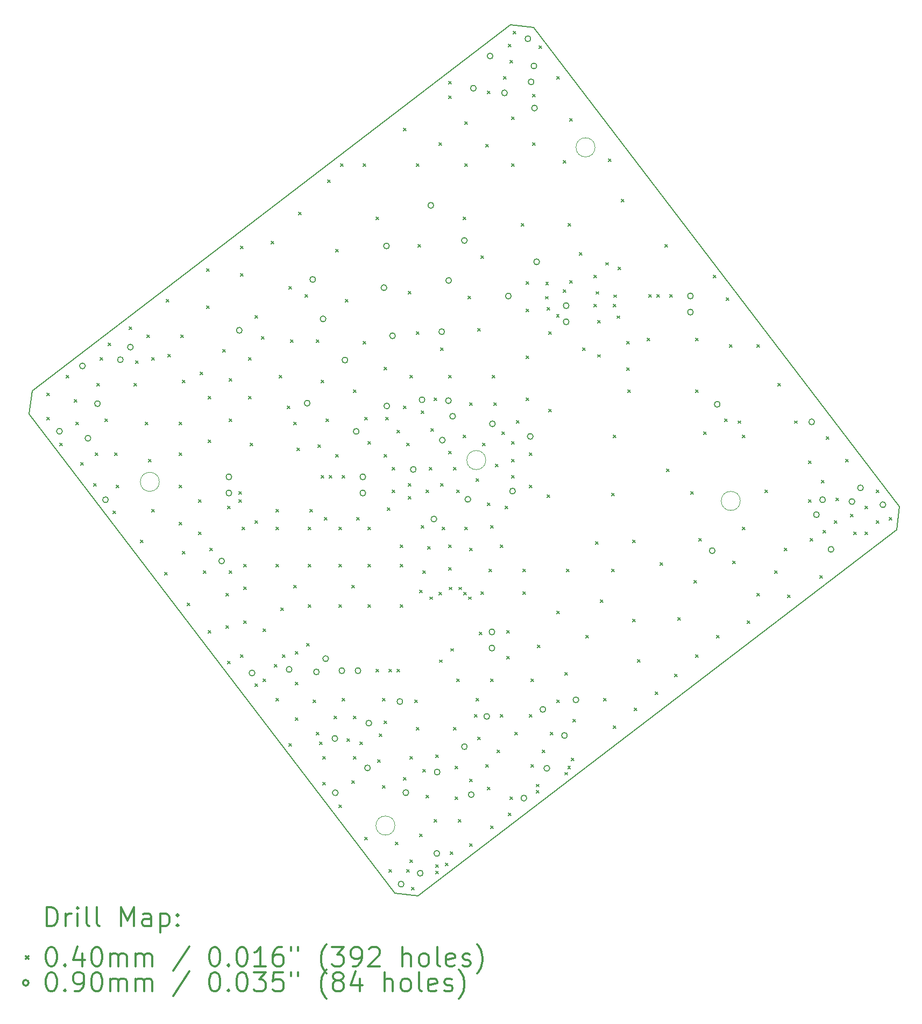
<source format=gbr>
%FSLAX45Y45*%
G04 Gerber Fmt 4.5, Leading zero omitted, Abs format (unit mm)*
G04 Created by KiCad (PCBNEW 5.1.9+dfsg1-1+deb11u1) date 2024-07-30 12:47:27*
%MOMM*%
%LPD*%
G01*
G04 APERTURE LIST*
%TA.AperFunction,Profile*%
%ADD10C,0.050000*%
%TD*%
%TA.AperFunction,Profile*%
%ADD11C,0.150000*%
%TD*%
%ADD12C,0.200000*%
%ADD13C,0.300000*%
G04 APERTURE END LIST*
D10*
X8906848Y-15742606D02*
G75*
G03*
X8906848Y-15742606I-150000J0D01*
G01*
X12056448Y-5077006D02*
G75*
G03*
X12056448Y-5077006I-150000J0D01*
G01*
X14342448Y-10637206D02*
G75*
G03*
X14342448Y-10637206I-150000J0D01*
G01*
X5198448Y-10337206D02*
G75*
G03*
X5198448Y-10337206I-150000J0D01*
G01*
D11*
X16851066Y-10728760D02*
X16802552Y-11092996D01*
X3197550Y-8907326D02*
X3148782Y-9271054D01*
X9270690Y-16851430D02*
X8907470Y-16802916D01*
X10729666Y-3148384D02*
X11090854Y-3195120D01*
X9270690Y-16851430D02*
X16802552Y-11092996D01*
X16851066Y-10728760D02*
X11090854Y-3195120D01*
X3197550Y-8907326D02*
X10729666Y-3148384D01*
X8907470Y-16802916D02*
X3148782Y-9271054D01*
D10*
X10337000Y-9995132D02*
G75*
G03*
X10337000Y-9995132I-150000J0D01*
G01*
D12*
X3428248Y-8943206D02*
X3468248Y-8983206D01*
X3468248Y-8943206D02*
X3428248Y-8983206D01*
X3428248Y-9324206D02*
X3468248Y-9364206D01*
X3468248Y-9324206D02*
X3428248Y-9364206D01*
X3631448Y-9730606D02*
X3671448Y-9770606D01*
X3671448Y-9730606D02*
X3631448Y-9770606D01*
X3733048Y-8663806D02*
X3773048Y-8703806D01*
X3773048Y-8663806D02*
X3733048Y-8703806D01*
X3860048Y-9044806D02*
X3900048Y-9084806D01*
X3900048Y-9044806D02*
X3860048Y-9084806D01*
X3885448Y-9400406D02*
X3925448Y-9440406D01*
X3925448Y-9400406D02*
X3885448Y-9440406D01*
X3961648Y-10035406D02*
X4001648Y-10075406D01*
X4001648Y-10035406D02*
X3961648Y-10075406D01*
X4164848Y-10365606D02*
X4204848Y-10405606D01*
X4204848Y-10365606D02*
X4164848Y-10405606D01*
X4190248Y-9883006D02*
X4230248Y-9923006D01*
X4230248Y-9883006D02*
X4190248Y-9923006D01*
X4215648Y-8790806D02*
X4255648Y-8830806D01*
X4255648Y-8790806D02*
X4215648Y-8830806D01*
X4266448Y-8384406D02*
X4306448Y-8424406D01*
X4306448Y-8384406D02*
X4266448Y-8424406D01*
X4342648Y-9349606D02*
X4382648Y-9389606D01*
X4382648Y-9349606D02*
X4342648Y-9389606D01*
X4393448Y-8155806D02*
X4433448Y-8195806D01*
X4433448Y-8155806D02*
X4393448Y-8195806D01*
X4469648Y-10797406D02*
X4509648Y-10837406D01*
X4509648Y-10797406D02*
X4469648Y-10837406D01*
X4495048Y-9883006D02*
X4535048Y-9923006D01*
X4535048Y-9883006D02*
X4495048Y-9923006D01*
X4520448Y-10391006D02*
X4560448Y-10431006D01*
X4560448Y-10391006D02*
X4520448Y-10431006D01*
X4723648Y-7901806D02*
X4763648Y-7941806D01*
X4763648Y-7901806D02*
X4723648Y-7941806D01*
X4799848Y-8790806D02*
X4839848Y-8830806D01*
X4839848Y-8790806D02*
X4799848Y-8830806D01*
X4825248Y-8435206D02*
X4865248Y-8475206D01*
X4865248Y-8435206D02*
X4825248Y-8475206D01*
X4901448Y-11254606D02*
X4941448Y-11294606D01*
X4941448Y-11254606D02*
X4901448Y-11294606D01*
X4977648Y-9400406D02*
X5017648Y-9440406D01*
X5017648Y-9400406D02*
X4977648Y-9440406D01*
X5003048Y-8028806D02*
X5043048Y-8068806D01*
X5043048Y-8028806D02*
X5003048Y-8068806D01*
X5028448Y-9984606D02*
X5068448Y-10024606D01*
X5068448Y-9984606D02*
X5028448Y-10024606D01*
X5079248Y-8384406D02*
X5119248Y-8424406D01*
X5119248Y-8384406D02*
X5079248Y-8424406D01*
X5079248Y-10772006D02*
X5119248Y-10812006D01*
X5119248Y-10772006D02*
X5079248Y-10812006D01*
X5282448Y-11762606D02*
X5322448Y-11802606D01*
X5322448Y-11762606D02*
X5282448Y-11802606D01*
X5307848Y-7470006D02*
X5347848Y-7510006D01*
X5347848Y-7470006D02*
X5307848Y-7510006D01*
X5333248Y-8333606D02*
X5373248Y-8373606D01*
X5373248Y-8333606D02*
X5333248Y-8373606D01*
X5511048Y-9400406D02*
X5551048Y-9440406D01*
X5551048Y-9400406D02*
X5511048Y-9440406D01*
X5511048Y-9883006D02*
X5551048Y-9923006D01*
X5551048Y-9883006D02*
X5511048Y-9923006D01*
X5511048Y-10391006D02*
X5551048Y-10431006D01*
X5551048Y-10391006D02*
X5511048Y-10431006D01*
X5511048Y-10975206D02*
X5551048Y-11015206D01*
X5551048Y-10975206D02*
X5511048Y-11015206D01*
X5536448Y-8028806D02*
X5576448Y-8068806D01*
X5576448Y-8028806D02*
X5536448Y-8068806D01*
X5561848Y-8740006D02*
X5601848Y-8780006D01*
X5601848Y-8740006D02*
X5561848Y-8780006D01*
X5561848Y-11432406D02*
X5601848Y-11472406D01*
X5601848Y-11432406D02*
X5561848Y-11472406D01*
X5638048Y-12245206D02*
X5678048Y-12285206D01*
X5678048Y-12245206D02*
X5638048Y-12285206D01*
X5815848Y-10619606D02*
X5855848Y-10659606D01*
X5855848Y-10619606D02*
X5815848Y-10659606D01*
X5815848Y-11127606D02*
X5855848Y-11167606D01*
X5855848Y-11127606D02*
X5815848Y-11167606D01*
X5841248Y-8613006D02*
X5881248Y-8653006D01*
X5881248Y-8613006D02*
X5841248Y-8653006D01*
X5892048Y-11737206D02*
X5932048Y-11777206D01*
X5932048Y-11737206D02*
X5892048Y-11777206D01*
X5942848Y-6987406D02*
X5982848Y-7027406D01*
X5982848Y-6987406D02*
X5942848Y-7027406D01*
X5942848Y-7571606D02*
X5982848Y-7611606D01*
X5982848Y-7571606D02*
X5942848Y-7611606D01*
X5968248Y-8994006D02*
X6008248Y-9034006D01*
X6008248Y-8994006D02*
X5968248Y-9034006D01*
X5968248Y-9679806D02*
X6008248Y-9719806D01*
X6008248Y-9679806D02*
X5968248Y-9719806D01*
X5968248Y-12677006D02*
X6008248Y-12717006D01*
X6008248Y-12677006D02*
X5968248Y-12717006D01*
X5993648Y-11381606D02*
X6033648Y-11421606D01*
X6033648Y-11381606D02*
X5993648Y-11421606D01*
X6196848Y-8257406D02*
X6236848Y-8297406D01*
X6236848Y-8257406D02*
X6196848Y-8297406D01*
X6247648Y-12092806D02*
X6287648Y-12132806D01*
X6287648Y-12092806D02*
X6247648Y-12132806D01*
X6247648Y-12600806D02*
X6287648Y-12640806D01*
X6287648Y-12600806D02*
X6247648Y-12640806D01*
X6273048Y-10721206D02*
X6313048Y-10761206D01*
X6313048Y-10721206D02*
X6273048Y-10761206D01*
X6273048Y-13159606D02*
X6313048Y-13199606D01*
X6313048Y-13159606D02*
X6273048Y-13199606D01*
X6298448Y-8714606D02*
X6338448Y-8754606D01*
X6338448Y-8714606D02*
X6298448Y-8754606D01*
X6298448Y-9349606D02*
X6338448Y-9389606D01*
X6338448Y-9349606D02*
X6298448Y-9389606D01*
X6298448Y-11737206D02*
X6338448Y-11777206D01*
X6338448Y-11737206D02*
X6298448Y-11777206D01*
X6450848Y-10492606D02*
X6490848Y-10532606D01*
X6490848Y-10492606D02*
X6450848Y-10532606D01*
X6450848Y-10619606D02*
X6490848Y-10659606D01*
X6490848Y-10619606D02*
X6450848Y-10659606D01*
X6476248Y-6631806D02*
X6516248Y-6671806D01*
X6516248Y-6631806D02*
X6476248Y-6671806D01*
X6476248Y-7063606D02*
X6516248Y-7103606D01*
X6516248Y-7063606D02*
X6476248Y-7103606D01*
X6476248Y-13058006D02*
X6516248Y-13098006D01*
X6516248Y-13058006D02*
X6476248Y-13098006D01*
X6501648Y-11051406D02*
X6541648Y-11091406D01*
X6541648Y-11051406D02*
X6501648Y-11091406D01*
X6527048Y-11635606D02*
X6567048Y-11675606D01*
X6567048Y-11635606D02*
X6527048Y-11675606D01*
X6527048Y-11991206D02*
X6567048Y-12031206D01*
X6567048Y-11991206D02*
X6527048Y-12031206D01*
X6527048Y-12524606D02*
X6567048Y-12564606D01*
X6567048Y-12524606D02*
X6527048Y-12564606D01*
X6603248Y-8384406D02*
X6643248Y-8424406D01*
X6643248Y-8384406D02*
X6603248Y-8424406D01*
X6603248Y-8994006D02*
X6643248Y-9034006D01*
X6643248Y-8994006D02*
X6603248Y-9034006D01*
X6628648Y-9730606D02*
X6668648Y-9770606D01*
X6668648Y-9730606D02*
X6628648Y-9770606D01*
X6704848Y-7724006D02*
X6744848Y-7764006D01*
X6744848Y-7724006D02*
X6704848Y-7764006D01*
X6704848Y-10949806D02*
X6744848Y-10989806D01*
X6744848Y-10949806D02*
X6704848Y-10989806D01*
X6704848Y-13515206D02*
X6744848Y-13555206D01*
X6744848Y-13515206D02*
X6704848Y-13555206D01*
X6806448Y-8054206D02*
X6846448Y-8094206D01*
X6846448Y-8054206D02*
X6806448Y-8094206D01*
X6831848Y-12651606D02*
X6871848Y-12691606D01*
X6871848Y-12651606D02*
X6831848Y-12691606D01*
X6831848Y-13439006D02*
X6871848Y-13479006D01*
X6871848Y-13439006D02*
X6831848Y-13479006D01*
X6958848Y-6555606D02*
X6998848Y-6595606D01*
X6998848Y-6555606D02*
X6958848Y-6595606D01*
X7009648Y-13210406D02*
X7049648Y-13250406D01*
X7049648Y-13210406D02*
X7009648Y-13250406D01*
X7035048Y-10772006D02*
X7075048Y-10812006D01*
X7075048Y-10772006D02*
X7035048Y-10812006D01*
X7035048Y-11051406D02*
X7075048Y-11091406D01*
X7075048Y-11051406D02*
X7035048Y-11091406D01*
X7035048Y-11635606D02*
X7075048Y-11675606D01*
X7075048Y-11635606D02*
X7035048Y-11675606D01*
X7035048Y-13743806D02*
X7075048Y-13783806D01*
X7075048Y-13743806D02*
X7035048Y-13783806D01*
X7085848Y-8663806D02*
X7125848Y-8703806D01*
X7125848Y-8663806D02*
X7085848Y-8703806D01*
X7111248Y-12321406D02*
X7151248Y-12361406D01*
X7151248Y-12321406D02*
X7111248Y-12361406D01*
X7136648Y-13058006D02*
X7176648Y-13098006D01*
X7176648Y-13058006D02*
X7136648Y-13098006D01*
X7212848Y-9146406D02*
X7252848Y-9186406D01*
X7252848Y-9146406D02*
X7212848Y-9186406D01*
X7238248Y-7266806D02*
X7278248Y-7306806D01*
X7278248Y-7266806D02*
X7238248Y-7306806D01*
X7238248Y-14455006D02*
X7278248Y-14495006D01*
X7278248Y-14455006D02*
X7238248Y-14495006D01*
X7263648Y-8105006D02*
X7303648Y-8145006D01*
X7303648Y-8105006D02*
X7263648Y-8145006D01*
X7314448Y-9400406D02*
X7354448Y-9440406D01*
X7354448Y-9400406D02*
X7314448Y-9440406D01*
X7314448Y-11965806D02*
X7354448Y-12005806D01*
X7354448Y-11965806D02*
X7314448Y-12005806D01*
X7339848Y-13007206D02*
X7379848Y-13047206D01*
X7379848Y-13007206D02*
X7339848Y-13047206D01*
X7339848Y-13489806D02*
X7379848Y-13529806D01*
X7379848Y-13489806D02*
X7339848Y-13529806D01*
X7339848Y-14048606D02*
X7379848Y-14088606D01*
X7379848Y-14048606D02*
X7339848Y-14088606D01*
X7365248Y-9806806D02*
X7405248Y-9846806D01*
X7405248Y-9806806D02*
X7365248Y-9846806D01*
X7390648Y-6098406D02*
X7430648Y-6138406D01*
X7430648Y-6098406D02*
X7390648Y-6138406D01*
X7492248Y-7393806D02*
X7532248Y-7433806D01*
X7532248Y-7393806D02*
X7492248Y-7433806D01*
X7517648Y-12880206D02*
X7557648Y-12920206D01*
X7557648Y-12880206D02*
X7517648Y-12920206D01*
X7543048Y-11051406D02*
X7583048Y-11091406D01*
X7583048Y-11051406D02*
X7543048Y-11091406D01*
X7543048Y-11635606D02*
X7583048Y-11675606D01*
X7583048Y-11635606D02*
X7543048Y-11675606D01*
X7543048Y-12270606D02*
X7583048Y-12310606D01*
X7583048Y-12270606D02*
X7543048Y-12310606D01*
X7568448Y-10772006D02*
X7608448Y-10812006D01*
X7608448Y-10772006D02*
X7568448Y-10812006D01*
X7619248Y-13769206D02*
X7659248Y-13809206D01*
X7659248Y-13769206D02*
X7619248Y-13809206D01*
X7670048Y-8105006D02*
X7710048Y-8145006D01*
X7710048Y-8105006D02*
X7670048Y-8145006D01*
X7670048Y-14277206D02*
X7710048Y-14317206D01*
X7710048Y-14277206D02*
X7670048Y-14317206D01*
X7695448Y-9756006D02*
X7735448Y-9796006D01*
X7735448Y-9756006D02*
X7695448Y-9796006D01*
X7720848Y-14429606D02*
X7760848Y-14469606D01*
X7760848Y-14429606D02*
X7720848Y-14469606D01*
X7746248Y-8740006D02*
X7786248Y-8780006D01*
X7786248Y-8740006D02*
X7746248Y-8780006D01*
X7746248Y-10238606D02*
X7786248Y-10278606D01*
X7786248Y-10238606D02*
X7746248Y-10278606D01*
X7771648Y-14658206D02*
X7811648Y-14698206D01*
X7811648Y-14658206D02*
X7771648Y-14698206D01*
X7771648Y-15064606D02*
X7811648Y-15104606D01*
X7811648Y-15064606D02*
X7771648Y-15104606D01*
X7797048Y-10899006D02*
X7837048Y-10939006D01*
X7837048Y-10899006D02*
X7797048Y-10939006D01*
X7822448Y-9349606D02*
X7862448Y-9389606D01*
X7862448Y-9349606D02*
X7822448Y-9389606D01*
X7847848Y-5590406D02*
X7887848Y-5630406D01*
X7887848Y-5590406D02*
X7847848Y-5630406D01*
X7873248Y-10238606D02*
X7913248Y-10278606D01*
X7913248Y-10238606D02*
X7873248Y-10278606D01*
X7949448Y-14023206D02*
X7989448Y-14063206D01*
X7989448Y-14023206D02*
X7949448Y-14063206D01*
X7974848Y-6682606D02*
X8014848Y-6722606D01*
X8014848Y-6682606D02*
X7974848Y-6722606D01*
X7974848Y-9908406D02*
X8014848Y-9948406D01*
X8014848Y-9908406D02*
X7974848Y-9948406D01*
X8025648Y-11051406D02*
X8065648Y-11091406D01*
X8065648Y-11051406D02*
X8025648Y-11091406D01*
X8025648Y-11635606D02*
X8065648Y-11675606D01*
X8065648Y-11635606D02*
X8025648Y-11675606D01*
X8025648Y-12270606D02*
X8065648Y-12310606D01*
X8065648Y-12270606D02*
X8025648Y-12310606D01*
X8025648Y-15420206D02*
X8065648Y-15460206D01*
X8065648Y-15420206D02*
X8025648Y-15460206D01*
X8051048Y-5336406D02*
X8091048Y-5376406D01*
X8091048Y-5336406D02*
X8051048Y-5376406D01*
X8076448Y-10238606D02*
X8116448Y-10278606D01*
X8116448Y-10238606D02*
X8076448Y-10278606D01*
X8076448Y-13743806D02*
X8116448Y-13783806D01*
X8116448Y-13743806D02*
X8076448Y-13783806D01*
X8127248Y-7470006D02*
X8167248Y-7510006D01*
X8167248Y-7470006D02*
X8127248Y-7510006D01*
X8152648Y-14378806D02*
X8192648Y-14418806D01*
X8192648Y-14378806D02*
X8152648Y-14418806D01*
X8228848Y-11965806D02*
X8268848Y-12005806D01*
X8268848Y-11965806D02*
X8228848Y-12005806D01*
X8228848Y-15039206D02*
X8268848Y-15079206D01*
X8268848Y-15039206D02*
X8228848Y-15079206D01*
X8254248Y-8892406D02*
X8294248Y-8932406D01*
X8294248Y-8892406D02*
X8254248Y-8932406D01*
X8254248Y-14023206D02*
X8294248Y-14063206D01*
X8294248Y-14023206D02*
X8254248Y-14063206D01*
X8254248Y-14658206D02*
X8294248Y-14698206D01*
X8294248Y-14658206D02*
X8254248Y-14698206D01*
X8305048Y-10899006D02*
X8345048Y-10939006D01*
X8345048Y-10899006D02*
X8305048Y-10939006D01*
X8355848Y-14429606D02*
X8395848Y-14469606D01*
X8395848Y-14429606D02*
X8355848Y-14469606D01*
X8406648Y-5336406D02*
X8446648Y-5376406D01*
X8446648Y-5336406D02*
X8406648Y-5376406D01*
X8406648Y-8130406D02*
X8446648Y-8170406D01*
X8446648Y-8130406D02*
X8406648Y-8170406D01*
X8432048Y-9324206D02*
X8472048Y-9364206D01*
X8472048Y-9324206D02*
X8432048Y-9364206D01*
X8432048Y-15928206D02*
X8472048Y-15968206D01*
X8472048Y-15928206D02*
X8432048Y-15968206D01*
X8482848Y-9705206D02*
X8522848Y-9745206D01*
X8522848Y-9705206D02*
X8482848Y-9745206D01*
X8482848Y-11051406D02*
X8522848Y-11091406D01*
X8522848Y-11051406D02*
X8482848Y-11091406D01*
X8482848Y-11635606D02*
X8522848Y-11675606D01*
X8522848Y-11635606D02*
X8482848Y-11675606D01*
X8482848Y-12270606D02*
X8522848Y-12310606D01*
X8522848Y-12270606D02*
X8482848Y-12310606D01*
X8609848Y-6174606D02*
X8649848Y-6214606D01*
X8649848Y-6174606D02*
X8609848Y-6214606D01*
X8609848Y-13286606D02*
X8649848Y-13326606D01*
X8649848Y-13286606D02*
X8609848Y-13326606D01*
X8635248Y-14709006D02*
X8675248Y-14749006D01*
X8675248Y-14709006D02*
X8635248Y-14749006D01*
X8660648Y-14302606D02*
X8700648Y-14342606D01*
X8700648Y-14302606D02*
X8660648Y-14342606D01*
X8711448Y-13743806D02*
X8751448Y-13783806D01*
X8751448Y-13743806D02*
X8711448Y-13783806D01*
X8711448Y-15115406D02*
X8751448Y-15155406D01*
X8751448Y-15115406D02*
X8711448Y-15155406D01*
X8736848Y-8536806D02*
X8776848Y-8576806D01*
X8776848Y-8536806D02*
X8736848Y-8576806D01*
X8736848Y-9908406D02*
X8776848Y-9948406D01*
X8776848Y-9908406D02*
X8736848Y-9948406D01*
X8736848Y-14099406D02*
X8776848Y-14139406D01*
X8776848Y-14099406D02*
X8736848Y-14139406D01*
X8762248Y-9324206D02*
X8802248Y-9364206D01*
X8802248Y-9324206D02*
X8762248Y-9364206D01*
X8787648Y-10746606D02*
X8827648Y-10786606D01*
X8827648Y-10746606D02*
X8787648Y-10786606D01*
X8813048Y-13286606D02*
X8853048Y-13326606D01*
X8853048Y-13286606D02*
X8813048Y-13326606D01*
X8813048Y-16436206D02*
X8853048Y-16476206D01*
X8853048Y-16436206D02*
X8813048Y-16476206D01*
X8863848Y-10111606D02*
X8903848Y-10151606D01*
X8903848Y-10111606D02*
X8863848Y-10151606D01*
X8863848Y-10467206D02*
X8903848Y-10507206D01*
X8903848Y-10467206D02*
X8863848Y-10507206D01*
X8914648Y-16004406D02*
X8954648Y-16044406D01*
X8954648Y-16004406D02*
X8914648Y-16044406D01*
X8940048Y-9527406D02*
X8980048Y-9567406D01*
X8980048Y-9527406D02*
X8940048Y-9567406D01*
X8940048Y-13286606D02*
X8980048Y-13326606D01*
X8980048Y-13286606D02*
X8940048Y-13326606D01*
X8990848Y-11330806D02*
X9030848Y-11370806D01*
X9030848Y-11330806D02*
X8990848Y-11370806D01*
X8990848Y-11635606D02*
X9030848Y-11675606D01*
X9030848Y-11635606D02*
X8990848Y-11675606D01*
X8990848Y-12270606D02*
X9030848Y-12310606D01*
X9030848Y-12270606D02*
X8990848Y-12310606D01*
X9041648Y-4777606D02*
X9081648Y-4817606D01*
X9081648Y-4777606D02*
X9041648Y-4817606D01*
X9041648Y-9146406D02*
X9081648Y-9186406D01*
X9081648Y-9146406D02*
X9041648Y-9186406D01*
X9041648Y-14988406D02*
X9081648Y-15028406D01*
X9081648Y-14988406D02*
X9041648Y-15028406D01*
X9092448Y-9730606D02*
X9132448Y-9770606D01*
X9132448Y-9730606D02*
X9092448Y-9770606D01*
X9092448Y-16436206D02*
X9132448Y-16476206D01*
X9132448Y-16436206D02*
X9092448Y-16476206D01*
X9117848Y-7343006D02*
X9157848Y-7383006D01*
X9157848Y-7343006D02*
X9117848Y-7383006D01*
X9117848Y-10365606D02*
X9157848Y-10405606D01*
X9157848Y-10365606D02*
X9117848Y-10405606D01*
X9117848Y-10568806D02*
X9157848Y-10608806D01*
X9157848Y-10568806D02*
X9117848Y-10608806D01*
X9143248Y-8663806D02*
X9183248Y-8703806D01*
X9183248Y-8663806D02*
X9143248Y-8703806D01*
X9143248Y-14658206D02*
X9183248Y-14698206D01*
X9183248Y-14658206D02*
X9143248Y-14698206D01*
X9143248Y-16283806D02*
X9183248Y-16323806D01*
X9183248Y-16283806D02*
X9143248Y-16323806D01*
X9168648Y-16715606D02*
X9208648Y-16755606D01*
X9208648Y-16715606D02*
X9168648Y-16755606D01*
X9219448Y-13769206D02*
X9259448Y-13809206D01*
X9259448Y-13769206D02*
X9219448Y-13809206D01*
X9244848Y-5336406D02*
X9284848Y-5376406D01*
X9284848Y-5336406D02*
X9244848Y-5376406D01*
X9244848Y-7978006D02*
X9284848Y-8018006D01*
X9284848Y-7978006D02*
X9244848Y-8018006D01*
X9244848Y-14201006D02*
X9284848Y-14241006D01*
X9284848Y-14201006D02*
X9244848Y-14241006D01*
X9270248Y-6606406D02*
X9310248Y-6646406D01*
X9310248Y-6606406D02*
X9270248Y-6646406D01*
X9295648Y-12042006D02*
X9335648Y-12082006D01*
X9335648Y-12042006D02*
X9295648Y-12082006D01*
X9295648Y-15877406D02*
X9335648Y-15917406D01*
X9335648Y-15877406D02*
X9295648Y-15917406D01*
X9321048Y-9222606D02*
X9361048Y-9262606D01*
X9361048Y-9222606D02*
X9321048Y-9262606D01*
X9321048Y-11026006D02*
X9361048Y-11066006D01*
X9361048Y-11026006D02*
X9321048Y-11066006D01*
X9346448Y-11737206D02*
X9386448Y-11777206D01*
X9386448Y-11737206D02*
X9346448Y-11777206D01*
X9346448Y-14861406D02*
X9386448Y-14901406D01*
X9386448Y-14861406D02*
X9346448Y-14901406D01*
X9397248Y-10467206D02*
X9437248Y-10507206D01*
X9437248Y-10467206D02*
X9397248Y-10507206D01*
X9397248Y-15267806D02*
X9437248Y-15307806D01*
X9437248Y-15267806D02*
X9397248Y-15307806D01*
X9422648Y-11356206D02*
X9462648Y-11396206D01*
X9462648Y-11356206D02*
X9422648Y-11396206D01*
X9448048Y-10111606D02*
X9488048Y-10151606D01*
X9488048Y-10111606D02*
X9448048Y-10151606D01*
X9454200Y-12146600D02*
X9494200Y-12186600D01*
X9494200Y-12146600D02*
X9454200Y-12186600D01*
X9473448Y-9502006D02*
X9513448Y-9542006D01*
X9513448Y-9502006D02*
X9473448Y-9542006D01*
X9524248Y-9019406D02*
X9564248Y-9059406D01*
X9564248Y-9019406D02*
X9524248Y-9059406D01*
X9524248Y-15648806D02*
X9564248Y-15688806D01*
X9564248Y-15648806D02*
X9524248Y-15688806D01*
X9549648Y-14632806D02*
X9589648Y-14672806D01*
X9589648Y-14632806D02*
X9549648Y-14672806D01*
X9549648Y-16360006D02*
X9589648Y-16400006D01*
X9589648Y-16360006D02*
X9549648Y-16400006D01*
X9549648Y-16461606D02*
X9589648Y-16501606D01*
X9589648Y-16461606D02*
X9549648Y-16501606D01*
X9600448Y-5006206D02*
X9640448Y-5046206D01*
X9640448Y-5006206D02*
X9600448Y-5046206D01*
X9602901Y-12072958D02*
X9642901Y-12112958D01*
X9642901Y-12072958D02*
X9602901Y-12112958D01*
X9606600Y-13137200D02*
X9646600Y-13177200D01*
X9646600Y-13137200D02*
X9606600Y-13177200D01*
X9625848Y-8232006D02*
X9665848Y-8272006D01*
X9665848Y-8232006D02*
X9625848Y-8272006D01*
X9625848Y-10365606D02*
X9665848Y-10405606D01*
X9665848Y-10365606D02*
X9625848Y-10405606D01*
X9651248Y-11051406D02*
X9691248Y-11091406D01*
X9691248Y-11051406D02*
X9651248Y-11091406D01*
X9702048Y-16334606D02*
X9742048Y-16374606D01*
X9742048Y-16334606D02*
X9702048Y-16374606D01*
X9752848Y-4041006D02*
X9792848Y-4081006D01*
X9792848Y-4041006D02*
X9752848Y-4081006D01*
X9752848Y-4269606D02*
X9792848Y-4309606D01*
X9792848Y-4269606D02*
X9752848Y-4309606D01*
X9752848Y-8663806D02*
X9792848Y-8703806D01*
X9792848Y-8663806D02*
X9752848Y-8703806D01*
X9752848Y-9857606D02*
X9792848Y-9897606D01*
X9792848Y-9857606D02*
X9752848Y-9897606D01*
X9752848Y-11330806D02*
X9792848Y-11370806D01*
X9792848Y-11330806D02*
X9752848Y-11370806D01*
X9752848Y-11686406D02*
X9792848Y-11726406D01*
X9792848Y-11686406D02*
X9752848Y-11726406D01*
X9759000Y-11994200D02*
X9799000Y-12034200D01*
X9799000Y-11994200D02*
X9759000Y-12034200D01*
X9778248Y-16156806D02*
X9818248Y-16196806D01*
X9818248Y-16156806D02*
X9778248Y-16196806D01*
X9784400Y-12959400D02*
X9824400Y-12999400D01*
X9824400Y-12959400D02*
X9784400Y-12999400D01*
X9829048Y-10111606D02*
X9869048Y-10151606D01*
X9869048Y-10111606D02*
X9829048Y-10151606D01*
X9829048Y-14201006D02*
X9869048Y-14241006D01*
X9869048Y-14201006D02*
X9829048Y-14241006D01*
X9854448Y-14810606D02*
X9894448Y-14850606D01*
X9894448Y-14810606D02*
X9854448Y-14850606D01*
X9854448Y-15293206D02*
X9894448Y-15333206D01*
X9894448Y-15293206D02*
X9854448Y-15333206D01*
X9879848Y-10467206D02*
X9919848Y-10507206D01*
X9919848Y-10467206D02*
X9879848Y-10507206D01*
X9879848Y-13439006D02*
X9919848Y-13479006D01*
X9919848Y-13439006D02*
X9879848Y-13479006D01*
X9905248Y-15648806D02*
X9945248Y-15688806D01*
X9945248Y-15648806D02*
X9905248Y-15688806D01*
X9911400Y-11994200D02*
X9951400Y-12034200D01*
X9951400Y-11994200D02*
X9911400Y-12034200D01*
X9981448Y-6174606D02*
X10021448Y-6214606D01*
X10021448Y-6174606D02*
X9981448Y-6214606D01*
X9981448Y-9603606D02*
X10021448Y-9643606D01*
X10021448Y-9603606D02*
X9981448Y-9643606D01*
X9987600Y-12072958D02*
X10027600Y-12112958D01*
X10027600Y-12072958D02*
X9987600Y-12112958D01*
X10006848Y-4676006D02*
X10046848Y-4716006D01*
X10046848Y-4676006D02*
X10006848Y-4716006D01*
X10006848Y-5336406D02*
X10046848Y-5376406D01*
X10046848Y-5336406D02*
X10006848Y-5376406D01*
X10006848Y-11051406D02*
X10046848Y-11091406D01*
X10046848Y-11051406D02*
X10006848Y-11091406D01*
X10057648Y-7419206D02*
X10097648Y-7459206D01*
X10097648Y-7419206D02*
X10057648Y-7459206D01*
X10063800Y-12146600D02*
X10103800Y-12186600D01*
X10103800Y-12146600D02*
X10063800Y-12186600D01*
X10083048Y-9095606D02*
X10123048Y-9135606D01*
X10123048Y-9095606D02*
X10083048Y-9135606D01*
X10083048Y-11381606D02*
X10123048Y-11421606D01*
X10123048Y-11381606D02*
X10083048Y-11421606D01*
X10083048Y-15013806D02*
X10123048Y-15053806D01*
X10123048Y-15013806D02*
X10083048Y-15053806D01*
X10083048Y-16029806D02*
X10123048Y-16069806D01*
X10123048Y-16029806D02*
X10083048Y-16069806D01*
X10159248Y-13997806D02*
X10199248Y-14037806D01*
X10199248Y-13997806D02*
X10159248Y-14037806D01*
X10184648Y-10289406D02*
X10224648Y-10329406D01*
X10224648Y-10289406D02*
X10184648Y-10329406D01*
X10184648Y-13743806D02*
X10224648Y-13783806D01*
X10224648Y-13743806D02*
X10184648Y-13783806D01*
X10210048Y-7927206D02*
X10250048Y-7967206D01*
X10250048Y-7927206D02*
X10210048Y-7967206D01*
X10210048Y-14353406D02*
X10250048Y-14393406D01*
X10250048Y-14353406D02*
X10210048Y-14393406D01*
X10235464Y-12701999D02*
X10275464Y-12741999D01*
X10275464Y-12701999D02*
X10235464Y-12741999D01*
X10260848Y-6784206D02*
X10300848Y-6824206D01*
X10300848Y-6784206D02*
X10260848Y-6824206D01*
X10260848Y-12067406D02*
X10300848Y-12107406D01*
X10300848Y-12067406D02*
X10260848Y-12107406D01*
X10286248Y-9730606D02*
X10326248Y-9770606D01*
X10326248Y-9730606D02*
X10286248Y-9770606D01*
X10337048Y-5031606D02*
X10377048Y-5071606D01*
X10377048Y-5031606D02*
X10337048Y-5071606D01*
X10337048Y-14785206D02*
X10377048Y-14825206D01*
X10377048Y-14785206D02*
X10337048Y-14825206D01*
X10362448Y-4193406D02*
X10402448Y-4233406D01*
X10402448Y-4193406D02*
X10362448Y-4233406D01*
X10362448Y-10670406D02*
X10402448Y-10710406D01*
X10402448Y-10670406D02*
X10362448Y-10710406D01*
X10362448Y-15140806D02*
X10402448Y-15180806D01*
X10402448Y-15140806D02*
X10362448Y-15180806D01*
X10387848Y-11711806D02*
X10427848Y-11751806D01*
X10427848Y-11711806D02*
X10387848Y-11751806D01*
X10413248Y-11026006D02*
X10453248Y-11066006D01*
X10453248Y-11026006D02*
X10413248Y-11066006D01*
X10413248Y-13439006D02*
X10453248Y-13479006D01*
X10453248Y-13439006D02*
X10413248Y-13479006D01*
X10413248Y-15750406D02*
X10453248Y-15790406D01*
X10453248Y-15750406D02*
X10413248Y-15790406D01*
X10438648Y-8663806D02*
X10478648Y-8703806D01*
X10478648Y-8663806D02*
X10438648Y-8703806D01*
X10464048Y-9095606D02*
X10504048Y-9135606D01*
X10504048Y-9095606D02*
X10464048Y-9135606D01*
X10489448Y-10060806D02*
X10529448Y-10100806D01*
X10529448Y-10060806D02*
X10489448Y-10100806D01*
X10514848Y-14556606D02*
X10554848Y-14596606D01*
X10554848Y-14556606D02*
X10514848Y-14596606D01*
X10565648Y-11330806D02*
X10605648Y-11370806D01*
X10605648Y-11330806D02*
X10565648Y-11370806D01*
X10565648Y-13997806D02*
X10605648Y-14037806D01*
X10605648Y-13997806D02*
X10565648Y-14037806D01*
X10591048Y-9552806D02*
X10631048Y-9592806D01*
X10631048Y-9552806D02*
X10591048Y-9592806D01*
X10616448Y-3964806D02*
X10656448Y-4004806D01*
X10656448Y-3964806D02*
X10616448Y-4004806D01*
X10641848Y-10721206D02*
X10681848Y-10761206D01*
X10681848Y-10721206D02*
X10641848Y-10761206D01*
X10667248Y-12677006D02*
X10707248Y-12717006D01*
X10707248Y-12677006D02*
X10667248Y-12717006D01*
X10667248Y-13083406D02*
X10707248Y-13123406D01*
X10707248Y-13083406D02*
X10667248Y-13123406D01*
X10692648Y-3456806D02*
X10732648Y-3496806D01*
X10732648Y-3456806D02*
X10692648Y-3496806D01*
X10692648Y-15547206D02*
X10732648Y-15587206D01*
X10732648Y-15547206D02*
X10692648Y-15587206D01*
X10718048Y-3710806D02*
X10758048Y-3750806D01*
X10758048Y-3710806D02*
X10718048Y-3750806D01*
X10718048Y-15293206D02*
X10758048Y-15333206D01*
X10758048Y-15293206D02*
X10718048Y-15333206D01*
X10743448Y-4599806D02*
X10783448Y-4639806D01*
X10783448Y-4599806D02*
X10743448Y-4639806D01*
X10743448Y-5336406D02*
X10783448Y-5376406D01*
X10783448Y-5336406D02*
X10743448Y-5376406D01*
X10743448Y-9705206D02*
X10783448Y-9745206D01*
X10783448Y-9705206D02*
X10743448Y-9745206D01*
X10743448Y-9984606D02*
X10783448Y-10024606D01*
X10783448Y-9984606D02*
X10743448Y-10024606D01*
X10743448Y-10238606D02*
X10783448Y-10278606D01*
X10783448Y-10238606D02*
X10743448Y-10278606D01*
X10768848Y-3253606D02*
X10808848Y-3293606D01*
X10808848Y-3253606D02*
X10768848Y-3293606D01*
X10794248Y-14277206D02*
X10834248Y-14317206D01*
X10834248Y-14277206D02*
X10794248Y-14317206D01*
X10819648Y-9375006D02*
X10859648Y-9415006D01*
X10859648Y-9375006D02*
X10819648Y-9415006D01*
X10895848Y-6276206D02*
X10935848Y-6316206D01*
X10935848Y-6276206D02*
X10895848Y-6316206D01*
X10921248Y-11711806D02*
X10961248Y-11751806D01*
X10961248Y-11711806D02*
X10921248Y-11751806D01*
X10921248Y-12067406D02*
X10961248Y-12107406D01*
X10961248Y-12067406D02*
X10921248Y-12107406D01*
X10972048Y-7190606D02*
X11012048Y-7230606D01*
X11012048Y-7190606D02*
X10972048Y-7230606D01*
X10972048Y-7622406D02*
X11012048Y-7662406D01*
X11012048Y-7622406D02*
X10972048Y-7662406D01*
X10972048Y-8359006D02*
X11012048Y-8399006D01*
X11012048Y-8359006D02*
X10972048Y-8399006D01*
X10972048Y-9019406D02*
X11012048Y-9059406D01*
X11012048Y-9019406D02*
X10972048Y-9059406D01*
X11022848Y-9883006D02*
X11062848Y-9923006D01*
X11062848Y-9883006D02*
X11022848Y-9923006D01*
X11022848Y-10391006D02*
X11062848Y-10431006D01*
X11062848Y-10391006D02*
X11022848Y-10431006D01*
X11022848Y-13997806D02*
X11062848Y-14037806D01*
X11062848Y-13997806D02*
X11022848Y-14037806D01*
X11048248Y-13439006D02*
X11088248Y-13479006D01*
X11088248Y-13439006D02*
X11048248Y-13479006D01*
X11048248Y-14785206D02*
X11088248Y-14825206D01*
X11088248Y-14785206D02*
X11048248Y-14825206D01*
X11073648Y-4244206D02*
X11113648Y-4284206D01*
X11113648Y-4244206D02*
X11073648Y-4284206D01*
X11073648Y-5006206D02*
X11113648Y-5046206D01*
X11113648Y-5006206D02*
X11073648Y-5046206D01*
X11130600Y-15093000D02*
X11170600Y-15133000D01*
X11170600Y-15093000D02*
X11130600Y-15133000D01*
X11130600Y-15193001D02*
X11170600Y-15233001D01*
X11170600Y-15193001D02*
X11130600Y-15233001D01*
X11149848Y-12905606D02*
X11189848Y-12945606D01*
X11189848Y-12905606D02*
X11149848Y-12945606D01*
X11175248Y-3482206D02*
X11215248Y-3522206D01*
X11215248Y-3482206D02*
X11175248Y-3522206D01*
X11226048Y-14556606D02*
X11266048Y-14596606D01*
X11266048Y-14556606D02*
X11226048Y-14596606D01*
X11276848Y-7422200D02*
X11316848Y-7462200D01*
X11316848Y-7422200D02*
X11276848Y-7462200D01*
X11280547Y-7196471D02*
X11320547Y-7236471D01*
X11320547Y-7196471D02*
X11280547Y-7236471D01*
X11302248Y-7597006D02*
X11342248Y-7637006D01*
X11342248Y-7597006D02*
X11302248Y-7637006D01*
X11302248Y-10543406D02*
X11342248Y-10583406D01*
X11342248Y-10543406D02*
X11302248Y-10583406D01*
X11327648Y-7978006D02*
X11367648Y-8018006D01*
X11367648Y-7978006D02*
X11327648Y-8018006D01*
X11327648Y-9197206D02*
X11367648Y-9237206D01*
X11367648Y-9197206D02*
X11327648Y-9237206D01*
X11353048Y-14277206D02*
X11393048Y-14317206D01*
X11393048Y-14277206D02*
X11353048Y-14317206D01*
X11450949Y-7706326D02*
X11490949Y-7746326D01*
X11490949Y-7706326D02*
X11450949Y-7746326D01*
X11454648Y-3964806D02*
X11494648Y-4004806D01*
X11494648Y-3964806D02*
X11454648Y-4004806D01*
X11454648Y-12372206D02*
X11494648Y-12412206D01*
X11494648Y-12372206D02*
X11454648Y-12412206D01*
X11454648Y-13769206D02*
X11494648Y-13809206D01*
X11494648Y-13769206D02*
X11454648Y-13809206D01*
X11556248Y-5285606D02*
X11596248Y-5325606D01*
X11596248Y-5285606D02*
X11556248Y-5325606D01*
X11556248Y-7317606D02*
X11596248Y-7357606D01*
X11596248Y-7317606D02*
X11556248Y-7357606D01*
X11581648Y-13337406D02*
X11621648Y-13377406D01*
X11621648Y-13337406D02*
X11581648Y-13377406D01*
X11581947Y-14907545D02*
X11621947Y-14947545D01*
X11621947Y-14907545D02*
X11581947Y-14947545D01*
X11607048Y-11711806D02*
X11647048Y-11751806D01*
X11647048Y-11711806D02*
X11607048Y-11751806D01*
X11629175Y-14806952D02*
X11669175Y-14846952D01*
X11669175Y-14806952D02*
X11629175Y-14846952D01*
X11632448Y-6276206D02*
X11672448Y-6316206D01*
X11672448Y-6276206D02*
X11632448Y-6316206D01*
X11654975Y-7173801D02*
X11694975Y-7213801D01*
X11694975Y-7173801D02*
X11654975Y-7213801D01*
X11657848Y-4625206D02*
X11697848Y-4665206D01*
X11697848Y-4625206D02*
X11657848Y-4665206D01*
X11683248Y-14683606D02*
X11723248Y-14723606D01*
X11723248Y-14683606D02*
X11683248Y-14723606D01*
X11708648Y-14074006D02*
X11748648Y-14114006D01*
X11748648Y-14074006D02*
X11708648Y-14114006D01*
X11810248Y-6733406D02*
X11850248Y-6773406D01*
X11850248Y-6733406D02*
X11810248Y-6773406D01*
X11861048Y-8232006D02*
X11901048Y-8272006D01*
X11901048Y-8232006D02*
X11861048Y-8272006D01*
X11911848Y-12753206D02*
X11951848Y-12793206D01*
X11951848Y-12753206D02*
X11911848Y-12793206D01*
X12038848Y-7089006D02*
X12078848Y-7129006D01*
X12078848Y-7089006D02*
X12038848Y-7129006D01*
X12038848Y-7546206D02*
X12078848Y-7586206D01*
X12078848Y-7546206D02*
X12038848Y-7586206D01*
X12064248Y-11280006D02*
X12104248Y-11320006D01*
X12104248Y-11280006D02*
X12064248Y-11320006D01*
X12070400Y-7346000D02*
X12110400Y-7386000D01*
X12110400Y-7346000D02*
X12070400Y-7386000D01*
X12095800Y-8336600D02*
X12135800Y-8376600D01*
X12135800Y-8336600D02*
X12095800Y-8376600D01*
X12097912Y-7799498D02*
X12137912Y-7839498D01*
X12137912Y-7799498D02*
X12097912Y-7839498D01*
X12140448Y-12194406D02*
X12180448Y-12234406D01*
X12180448Y-12194406D02*
X12140448Y-12234406D01*
X12191248Y-13743806D02*
X12231248Y-13783806D01*
X12231248Y-13743806D02*
X12191248Y-13783806D01*
X12222800Y-6888800D02*
X12262800Y-6928800D01*
X12262800Y-6888800D02*
X12222800Y-6928800D01*
X12267448Y-5260206D02*
X12307448Y-5300206D01*
X12307448Y-5260206D02*
X12267448Y-5300206D01*
X12318248Y-10518006D02*
X12358248Y-10558006D01*
X12358248Y-10518006D02*
X12318248Y-10558006D01*
X12318248Y-11711806D02*
X12358248Y-11751806D01*
X12358248Y-11711806D02*
X12318248Y-11751806D01*
X12343648Y-7546206D02*
X12383648Y-7586206D01*
X12383648Y-7546206D02*
X12343648Y-7586206D01*
X12343648Y-9603606D02*
X12383648Y-9643606D01*
X12383648Y-9603606D02*
X12343648Y-9643606D01*
X12343648Y-14175606D02*
X12383648Y-14215606D01*
X12383648Y-14175606D02*
X12343648Y-14215606D01*
X12349800Y-7396800D02*
X12389800Y-7436800D01*
X12389800Y-7396800D02*
X12349800Y-7436800D01*
X12400600Y-7727000D02*
X12440600Y-7767000D01*
X12440600Y-7727000D02*
X12400600Y-7767000D01*
X12419848Y-6962006D02*
X12459848Y-7002006D01*
X12459848Y-6962006D02*
X12419848Y-7002006D01*
X12470648Y-5895206D02*
X12510648Y-5935206D01*
X12510648Y-5895206D02*
X12470648Y-5935206D01*
X12553000Y-8128491D02*
X12593000Y-8168491D01*
X12593000Y-8128491D02*
X12553000Y-8168491D01*
X12553000Y-8543499D02*
X12593000Y-8583499D01*
X12593000Y-8543499D02*
X12553000Y-8583499D01*
X12572248Y-8892406D02*
X12612248Y-8932406D01*
X12612248Y-8892406D02*
X12572248Y-8932406D01*
X12648448Y-11254606D02*
X12688448Y-11294606D01*
X12688448Y-11254606D02*
X12648448Y-11294606D01*
X12648448Y-12499206D02*
X12688448Y-12539206D01*
X12688448Y-12499206D02*
X12648448Y-12539206D01*
X12673848Y-13896206D02*
X12713848Y-13936206D01*
X12713848Y-13896206D02*
X12673848Y-13936206D01*
X12724648Y-13134206D02*
X12764648Y-13174206D01*
X12764648Y-13134206D02*
X12724648Y-13174206D01*
X12877048Y-8079606D02*
X12917048Y-8119606D01*
X12917048Y-8079606D02*
X12877048Y-8119606D01*
X12902448Y-7393806D02*
X12942448Y-7433806D01*
X12942448Y-7393806D02*
X12902448Y-7433806D01*
X13004048Y-13642206D02*
X13044048Y-13682206D01*
X13044048Y-13642206D02*
X13004048Y-13682206D01*
X13029448Y-7393806D02*
X13069448Y-7433806D01*
X13069448Y-7393806D02*
X13029448Y-7433806D01*
X13080248Y-11610206D02*
X13120248Y-11650206D01*
X13120248Y-11610206D02*
X13080248Y-11650206D01*
X13156448Y-6606406D02*
X13196448Y-6646406D01*
X13196448Y-6606406D02*
X13156448Y-6646406D01*
X13181848Y-10137006D02*
X13221848Y-10177006D01*
X13221848Y-10137006D02*
X13181848Y-10177006D01*
X13232648Y-7393806D02*
X13272648Y-7433806D01*
X13272648Y-7393806D02*
X13232648Y-7433806D01*
X13308848Y-13362806D02*
X13348848Y-13402806D01*
X13348848Y-13362806D02*
X13308848Y-13402806D01*
X13359648Y-12473806D02*
X13399648Y-12513806D01*
X13399648Y-12473806D02*
X13359648Y-12513806D01*
X13562848Y-10492606D02*
X13602848Y-10532606D01*
X13602848Y-10492606D02*
X13562848Y-10532606D01*
X13613648Y-11889606D02*
X13653648Y-11929606D01*
X13653648Y-11889606D02*
X13613648Y-11929606D01*
X13639048Y-8079606D02*
X13679048Y-8119606D01*
X13679048Y-8079606D02*
X13639048Y-8119606D01*
X13639048Y-8892406D02*
X13679048Y-8932406D01*
X13679048Y-8892406D02*
X13639048Y-8932406D01*
X13639048Y-13058006D02*
X13679048Y-13098006D01*
X13679048Y-13058006D02*
X13639048Y-13098006D01*
X13689848Y-11229206D02*
X13729848Y-11269206D01*
X13729848Y-11229206D02*
X13689848Y-11269206D01*
X13766048Y-9552806D02*
X13806048Y-9592806D01*
X13806048Y-9552806D02*
X13766048Y-9592806D01*
X13918448Y-7089006D02*
X13958448Y-7129006D01*
X13958448Y-7089006D02*
X13918448Y-7129006D01*
X13969248Y-12753206D02*
X14009248Y-12793206D01*
X14009248Y-12753206D02*
X13969248Y-12793206D01*
X14096248Y-9349606D02*
X14136248Y-9389606D01*
X14136248Y-9349606D02*
X14096248Y-9389606D01*
X14121648Y-7444606D02*
X14161648Y-7484606D01*
X14161648Y-7444606D02*
X14121648Y-7484606D01*
X14172448Y-8181206D02*
X14212448Y-8221206D01*
X14212448Y-8181206D02*
X14172448Y-8221206D01*
X14223248Y-11584806D02*
X14263248Y-11624806D01*
X14263248Y-11584806D02*
X14223248Y-11624806D01*
X14305600Y-9378000D02*
X14345600Y-9418000D01*
X14345600Y-9378000D02*
X14305600Y-9418000D01*
X14375648Y-9603606D02*
X14415648Y-9643606D01*
X14415648Y-9603606D02*
X14375648Y-9643606D01*
X14375648Y-11051406D02*
X14415648Y-11091406D01*
X14415648Y-11051406D02*
X14375648Y-11091406D01*
X14451848Y-12524606D02*
X14491848Y-12564606D01*
X14491848Y-12524606D02*
X14451848Y-12564606D01*
X14604248Y-8181206D02*
X14644248Y-8221206D01*
X14644248Y-8181206D02*
X14604248Y-8221206D01*
X14604248Y-12092806D02*
X14644248Y-12132806D01*
X14644248Y-12092806D02*
X14604248Y-12132806D01*
X14731248Y-10467206D02*
X14771248Y-10507206D01*
X14771248Y-10467206D02*
X14731248Y-10507206D01*
X14883648Y-11737206D02*
X14923648Y-11777206D01*
X14923648Y-11737206D02*
X14883648Y-11777206D01*
X14934448Y-8790806D02*
X14974448Y-8830806D01*
X14974448Y-8790806D02*
X14934448Y-8830806D01*
X15036048Y-11381606D02*
X15076048Y-11421606D01*
X15076048Y-11381606D02*
X15036048Y-11421606D01*
X15086848Y-12118206D02*
X15126848Y-12158206D01*
X15126848Y-12118206D02*
X15086848Y-12158206D01*
X15194600Y-9378000D02*
X15234600Y-9418000D01*
X15234600Y-9378000D02*
X15194600Y-9418000D01*
X15417048Y-10010006D02*
X15457048Y-10050006D01*
X15457048Y-10010006D02*
X15417048Y-10050006D01*
X15417048Y-10619606D02*
X15457048Y-10659606D01*
X15457048Y-10619606D02*
X15417048Y-10659606D01*
X15442448Y-11229206D02*
X15482448Y-11269206D01*
X15482448Y-11229206D02*
X15442448Y-11269206D01*
X15594848Y-11813406D02*
X15634848Y-11853406D01*
X15634848Y-11813406D02*
X15594848Y-11853406D01*
X15620248Y-10314806D02*
X15660248Y-10354806D01*
X15660248Y-10314806D02*
X15620248Y-10354806D01*
X15645648Y-11102206D02*
X15685648Y-11142206D01*
X15685648Y-11102206D02*
X15645648Y-11142206D01*
X15696448Y-9629006D02*
X15736448Y-9669006D01*
X15736448Y-9629006D02*
X15696448Y-9669006D01*
X15823448Y-10949806D02*
X15863448Y-10989806D01*
X15863448Y-10949806D02*
X15823448Y-10989806D01*
X15848848Y-10594206D02*
X15888848Y-10634206D01*
X15888848Y-10594206D02*
X15848848Y-10634206D01*
X16001248Y-9984606D02*
X16041248Y-10024606D01*
X16041248Y-9984606D02*
X16001248Y-10024606D01*
X16077448Y-10848206D02*
X16117448Y-10888206D01*
X16117448Y-10848206D02*
X16077448Y-10888206D01*
X16128248Y-11127606D02*
X16168248Y-11167606D01*
X16168248Y-11127606D02*
X16128248Y-11167606D01*
X16306048Y-10721206D02*
X16346048Y-10761206D01*
X16346048Y-10721206D02*
X16306048Y-10761206D01*
X16306048Y-11127606D02*
X16346048Y-11167606D01*
X16346048Y-11127606D02*
X16306048Y-11167606D01*
X16483848Y-10467206D02*
X16523848Y-10507206D01*
X16523848Y-10467206D02*
X16483848Y-10507206D01*
X16483848Y-10949806D02*
X16523848Y-10989806D01*
X16523848Y-10949806D02*
X16483848Y-10989806D01*
X16687048Y-10899006D02*
X16727048Y-10939006D01*
X16727048Y-10899006D02*
X16687048Y-10939006D01*
X3671000Y-9542000D02*
G75*
G03*
X3671000Y-9542000I-45000J0D01*
G01*
X4033246Y-8514144D02*
G75*
G03*
X4033246Y-8514144I-45000J0D01*
G01*
X4119205Y-9651335D02*
G75*
G03*
X4119205Y-9651335I-45000J0D01*
G01*
X4269670Y-9107261D02*
G75*
G03*
X4269670Y-9107261I-45000J0D01*
G01*
X4396000Y-10619000D02*
G75*
G03*
X4396000Y-10619000I-45000J0D01*
G01*
X4629945Y-8416915D02*
G75*
G03*
X4629945Y-8416915I-45000J0D01*
G01*
X4788064Y-8218133D02*
G75*
G03*
X4788064Y-8218133I-45000J0D01*
G01*
X6224255Y-11582587D02*
G75*
G03*
X6224255Y-11582587I-45000J0D01*
G01*
X6338048Y-10258606D02*
G75*
G03*
X6338048Y-10258606I-45000J0D01*
G01*
X6338048Y-10512606D02*
G75*
G03*
X6338048Y-10512606I-45000J0D01*
G01*
X6502316Y-7954613D02*
G75*
G03*
X6502316Y-7954613I-45000J0D01*
G01*
X6702077Y-13342886D02*
G75*
G03*
X6702077Y-13342886I-45000J0D01*
G01*
X7286683Y-13287203D02*
G75*
G03*
X7286683Y-13287203I-45000J0D01*
G01*
X7570791Y-9099457D02*
G75*
G03*
X7570791Y-9099457I-45000J0D01*
G01*
X7657210Y-7154322D02*
G75*
G03*
X7657210Y-7154322I-45000J0D01*
G01*
X7715920Y-13326245D02*
G75*
G03*
X7715920Y-13326245I-45000J0D01*
G01*
X7820478Y-7775467D02*
G75*
G03*
X7820478Y-7775467I-45000J0D01*
G01*
X7861610Y-13118181D02*
G75*
G03*
X7861610Y-13118181I-45000J0D01*
G01*
X8005976Y-14372635D02*
G75*
G03*
X8005976Y-14372635I-45000J0D01*
G01*
X8012776Y-15226674D02*
G75*
G03*
X8012776Y-15226674I-45000J0D01*
G01*
X8116048Y-13306606D02*
G75*
G03*
X8116048Y-13306606I-45000J0D01*
G01*
X8164560Y-8422118D02*
G75*
G03*
X8164560Y-8422118I-45000J0D01*
G01*
X8342418Y-9543793D02*
G75*
G03*
X8342418Y-9543793I-45000J0D01*
G01*
X8370048Y-13306606D02*
G75*
G03*
X8370048Y-13306606I-45000J0D01*
G01*
X8446248Y-10258606D02*
G75*
G03*
X8446248Y-10258606I-45000J0D01*
G01*
X8446248Y-10512606D02*
G75*
G03*
X8446248Y-10512606I-45000J0D01*
G01*
X8520106Y-14836240D02*
G75*
G03*
X8520106Y-14836240I-45000J0D01*
G01*
X8540901Y-14132416D02*
G75*
G03*
X8540901Y-14132416I-45000J0D01*
G01*
X8778374Y-7283695D02*
G75*
G03*
X8778374Y-7283695I-45000J0D01*
G01*
X8817582Y-6627661D02*
G75*
G03*
X8817582Y-6627661I-45000J0D01*
G01*
X8823486Y-9144686D02*
G75*
G03*
X8823486Y-9144686I-45000J0D01*
G01*
X8913388Y-8039984D02*
G75*
G03*
X8913388Y-8039984I-45000J0D01*
G01*
X9028905Y-13792059D02*
G75*
G03*
X9028905Y-13792059I-45000J0D01*
G01*
X9049000Y-16664000D02*
G75*
G03*
X9049000Y-16664000I-45000J0D01*
G01*
X9123575Y-15225448D02*
G75*
G03*
X9123575Y-15225448I-45000J0D01*
G01*
X9240412Y-10141871D02*
G75*
G03*
X9240412Y-10141871I-45000J0D01*
G01*
X9349491Y-16491792D02*
G75*
G03*
X9349491Y-16491792I-45000J0D01*
G01*
X9377431Y-9046612D02*
G75*
G03*
X9377431Y-9046612I-45000J0D01*
G01*
X9516978Y-5989161D02*
G75*
G03*
X9516978Y-5989161I-45000J0D01*
G01*
X9564881Y-10922300D02*
G75*
G03*
X9564881Y-10922300I-45000J0D01*
G01*
X9611000Y-16181000D02*
G75*
G03*
X9611000Y-16181000I-45000J0D01*
G01*
X9616172Y-14901190D02*
G75*
G03*
X9616172Y-14901190I-45000J0D01*
G01*
X9688160Y-7976248D02*
G75*
G03*
X9688160Y-7976248I-45000J0D01*
G01*
X9697005Y-9681121D02*
G75*
G03*
X9697005Y-9681121I-45000J0D01*
G01*
X9793409Y-9061049D02*
G75*
G03*
X9793409Y-9061049I-45000J0D01*
G01*
X9797414Y-7170007D02*
G75*
G03*
X9797414Y-7170007I-45000J0D01*
G01*
X9859149Y-9306394D02*
G75*
G03*
X9859149Y-9306394I-45000J0D01*
G01*
X10044977Y-14501661D02*
G75*
G03*
X10044977Y-14501661I-45000J0D01*
G01*
X10045010Y-6541655D02*
G75*
G03*
X10045010Y-6541655I-45000J0D01*
G01*
X10098592Y-10612564D02*
G75*
G03*
X10098592Y-10612564I-45000J0D01*
G01*
X10151668Y-15256230D02*
G75*
G03*
X10151668Y-15256230I-45000J0D01*
G01*
X10186000Y-4147000D02*
G75*
G03*
X10186000Y-4147000I-45000J0D01*
G01*
X10397237Y-14026273D02*
G75*
G03*
X10397237Y-14026273I-45000J0D01*
G01*
X10449832Y-3640772D02*
G75*
G03*
X10449832Y-3640772I-45000J0D01*
G01*
X10478248Y-12697006D02*
G75*
G03*
X10478248Y-12697006I-45000J0D01*
G01*
X10478248Y-12951006D02*
G75*
G03*
X10478248Y-12951006I-45000J0D01*
G01*
X10486083Y-9425170D02*
G75*
G03*
X10486083Y-9425170I-45000J0D01*
G01*
X10676227Y-4220597D02*
G75*
G03*
X10676227Y-4220597I-45000J0D01*
G01*
X10737551Y-7415383D02*
G75*
G03*
X10737551Y-7415383I-45000J0D01*
G01*
X10802740Y-10482734D02*
G75*
G03*
X10802740Y-10482734I-45000J0D01*
G01*
X10981447Y-15311075D02*
G75*
G03*
X10981447Y-15311075I-45000J0D01*
G01*
X11043864Y-3368516D02*
G75*
G03*
X11043864Y-3368516I-45000J0D01*
G01*
X11081300Y-9622818D02*
G75*
G03*
X11081300Y-9622818I-45000J0D01*
G01*
X11094678Y-4047292D02*
G75*
G03*
X11094678Y-4047292I-45000J0D01*
G01*
X11138787Y-3797151D02*
G75*
G03*
X11138787Y-3797151I-45000J0D01*
G01*
X11147957Y-4458300D02*
G75*
G03*
X11147957Y-4458300I-45000J0D01*
G01*
X11181542Y-6877405D02*
G75*
G03*
X11181542Y-6877405I-45000J0D01*
G01*
X11279603Y-13915713D02*
G75*
G03*
X11279603Y-13915713I-45000J0D01*
G01*
X11342529Y-14842565D02*
G75*
G03*
X11342529Y-14842565I-45000J0D01*
G01*
X11619433Y-14325791D02*
G75*
G03*
X11619433Y-14325791I-45000J0D01*
G01*
X11646648Y-7566206D02*
G75*
G03*
X11646648Y-7566206I-45000J0D01*
G01*
X11646648Y-7820206D02*
G75*
G03*
X11646648Y-7820206I-45000J0D01*
G01*
X11800683Y-13765116D02*
G75*
G03*
X11800683Y-13765116I-45000J0D01*
G01*
X13602448Y-7413806D02*
G75*
G03*
X13602448Y-7413806I-45000J0D01*
G01*
X13602448Y-7667806D02*
G75*
G03*
X13602448Y-7667806I-45000J0D01*
G01*
X13945054Y-11419520D02*
G75*
G03*
X13945054Y-11419520I-45000J0D01*
G01*
X14024098Y-9117870D02*
G75*
G03*
X14024098Y-9117870I-45000J0D01*
G01*
X15511407Y-9394305D02*
G75*
G03*
X15511407Y-9394305I-45000J0D01*
G01*
X15585512Y-10853196D02*
G75*
G03*
X15585512Y-10853196I-45000J0D01*
G01*
X15682713Y-10618530D02*
G75*
G03*
X15682713Y-10618530I-45000J0D01*
G01*
X15814885Y-11398947D02*
G75*
G03*
X15814885Y-11398947I-45000J0D01*
G01*
X16144941Y-10647322D02*
G75*
G03*
X16144941Y-10647322I-45000J0D01*
G01*
X16279541Y-10431917D02*
G75*
G03*
X16279541Y-10431917I-45000J0D01*
G01*
X16632000Y-10697000D02*
G75*
G03*
X16632000Y-10697000I-45000J0D01*
G01*
D13*
X3427710Y-17324645D02*
X3427710Y-17024645D01*
X3499139Y-17024645D01*
X3541996Y-17038930D01*
X3570567Y-17067502D01*
X3584853Y-17096073D01*
X3599139Y-17153216D01*
X3599139Y-17196073D01*
X3584853Y-17253216D01*
X3570567Y-17281787D01*
X3541996Y-17310359D01*
X3499139Y-17324645D01*
X3427710Y-17324645D01*
X3727710Y-17324645D02*
X3727710Y-17124645D01*
X3727710Y-17181787D02*
X3741996Y-17153216D01*
X3756282Y-17138930D01*
X3784853Y-17124645D01*
X3813424Y-17124645D01*
X3913424Y-17324645D02*
X3913424Y-17124645D01*
X3913424Y-17024645D02*
X3899139Y-17038930D01*
X3913424Y-17053216D01*
X3927710Y-17038930D01*
X3913424Y-17024645D01*
X3913424Y-17053216D01*
X4099139Y-17324645D02*
X4070567Y-17310359D01*
X4056282Y-17281787D01*
X4056282Y-17024645D01*
X4256282Y-17324645D02*
X4227710Y-17310359D01*
X4213424Y-17281787D01*
X4213424Y-17024645D01*
X4599139Y-17324645D02*
X4599139Y-17024645D01*
X4699139Y-17238930D01*
X4799139Y-17024645D01*
X4799139Y-17324645D01*
X5070567Y-17324645D02*
X5070567Y-17167502D01*
X5056282Y-17138930D01*
X5027710Y-17124645D01*
X4970567Y-17124645D01*
X4941996Y-17138930D01*
X5070567Y-17310359D02*
X5041996Y-17324645D01*
X4970567Y-17324645D01*
X4941996Y-17310359D01*
X4927710Y-17281787D01*
X4927710Y-17253216D01*
X4941996Y-17224645D01*
X4970567Y-17210359D01*
X5041996Y-17210359D01*
X5070567Y-17196073D01*
X5213424Y-17124645D02*
X5213424Y-17424645D01*
X5213424Y-17138930D02*
X5241996Y-17124645D01*
X5299139Y-17124645D01*
X5327710Y-17138930D01*
X5341996Y-17153216D01*
X5356282Y-17181787D01*
X5356282Y-17267502D01*
X5341996Y-17296073D01*
X5327710Y-17310359D01*
X5299139Y-17324645D01*
X5241996Y-17324645D01*
X5213424Y-17310359D01*
X5484853Y-17296073D02*
X5499139Y-17310359D01*
X5484853Y-17324645D01*
X5470567Y-17310359D01*
X5484853Y-17296073D01*
X5484853Y-17324645D01*
X5484853Y-17138930D02*
X5499139Y-17153216D01*
X5484853Y-17167502D01*
X5470567Y-17153216D01*
X5484853Y-17138930D01*
X5484853Y-17167502D01*
X3101282Y-17798930D02*
X3141282Y-17838930D01*
X3141282Y-17798930D02*
X3101282Y-17838930D01*
X3484853Y-17654645D02*
X3513424Y-17654645D01*
X3541996Y-17668930D01*
X3556282Y-17683216D01*
X3570567Y-17711787D01*
X3584853Y-17768930D01*
X3584853Y-17840359D01*
X3570567Y-17897502D01*
X3556282Y-17926073D01*
X3541996Y-17940359D01*
X3513424Y-17954645D01*
X3484853Y-17954645D01*
X3456282Y-17940359D01*
X3441996Y-17926073D01*
X3427710Y-17897502D01*
X3413424Y-17840359D01*
X3413424Y-17768930D01*
X3427710Y-17711787D01*
X3441996Y-17683216D01*
X3456282Y-17668930D01*
X3484853Y-17654645D01*
X3713424Y-17926073D02*
X3727710Y-17940359D01*
X3713424Y-17954645D01*
X3699139Y-17940359D01*
X3713424Y-17926073D01*
X3713424Y-17954645D01*
X3984853Y-17754645D02*
X3984853Y-17954645D01*
X3913424Y-17640359D02*
X3841996Y-17854645D01*
X4027710Y-17854645D01*
X4199139Y-17654645D02*
X4227710Y-17654645D01*
X4256282Y-17668930D01*
X4270567Y-17683216D01*
X4284853Y-17711787D01*
X4299139Y-17768930D01*
X4299139Y-17840359D01*
X4284853Y-17897502D01*
X4270567Y-17926073D01*
X4256282Y-17940359D01*
X4227710Y-17954645D01*
X4199139Y-17954645D01*
X4170567Y-17940359D01*
X4156282Y-17926073D01*
X4141996Y-17897502D01*
X4127710Y-17840359D01*
X4127710Y-17768930D01*
X4141996Y-17711787D01*
X4156282Y-17683216D01*
X4170567Y-17668930D01*
X4199139Y-17654645D01*
X4427710Y-17954645D02*
X4427710Y-17754645D01*
X4427710Y-17783216D02*
X4441996Y-17768930D01*
X4470567Y-17754645D01*
X4513424Y-17754645D01*
X4541996Y-17768930D01*
X4556282Y-17797502D01*
X4556282Y-17954645D01*
X4556282Y-17797502D02*
X4570567Y-17768930D01*
X4599139Y-17754645D01*
X4641996Y-17754645D01*
X4670567Y-17768930D01*
X4684853Y-17797502D01*
X4684853Y-17954645D01*
X4827710Y-17954645D02*
X4827710Y-17754645D01*
X4827710Y-17783216D02*
X4841996Y-17768930D01*
X4870567Y-17754645D01*
X4913424Y-17754645D01*
X4941996Y-17768930D01*
X4956282Y-17797502D01*
X4956282Y-17954645D01*
X4956282Y-17797502D02*
X4970567Y-17768930D01*
X4999139Y-17754645D01*
X5041996Y-17754645D01*
X5070567Y-17768930D01*
X5084853Y-17797502D01*
X5084853Y-17954645D01*
X5670567Y-17640359D02*
X5413424Y-18026073D01*
X6056282Y-17654645D02*
X6084853Y-17654645D01*
X6113424Y-17668930D01*
X6127710Y-17683216D01*
X6141996Y-17711787D01*
X6156281Y-17768930D01*
X6156281Y-17840359D01*
X6141996Y-17897502D01*
X6127710Y-17926073D01*
X6113424Y-17940359D01*
X6084853Y-17954645D01*
X6056282Y-17954645D01*
X6027710Y-17940359D01*
X6013424Y-17926073D01*
X5999139Y-17897502D01*
X5984853Y-17840359D01*
X5984853Y-17768930D01*
X5999139Y-17711787D01*
X6013424Y-17683216D01*
X6027710Y-17668930D01*
X6056282Y-17654645D01*
X6284853Y-17926073D02*
X6299139Y-17940359D01*
X6284853Y-17954645D01*
X6270567Y-17940359D01*
X6284853Y-17926073D01*
X6284853Y-17954645D01*
X6484853Y-17654645D02*
X6513424Y-17654645D01*
X6541996Y-17668930D01*
X6556282Y-17683216D01*
X6570567Y-17711787D01*
X6584853Y-17768930D01*
X6584853Y-17840359D01*
X6570567Y-17897502D01*
X6556282Y-17926073D01*
X6541996Y-17940359D01*
X6513424Y-17954645D01*
X6484853Y-17954645D01*
X6456282Y-17940359D01*
X6441996Y-17926073D01*
X6427710Y-17897502D01*
X6413424Y-17840359D01*
X6413424Y-17768930D01*
X6427710Y-17711787D01*
X6441996Y-17683216D01*
X6456282Y-17668930D01*
X6484853Y-17654645D01*
X6870567Y-17954645D02*
X6699139Y-17954645D01*
X6784853Y-17954645D02*
X6784853Y-17654645D01*
X6756282Y-17697502D01*
X6727710Y-17726073D01*
X6699139Y-17740359D01*
X7127710Y-17654645D02*
X7070567Y-17654645D01*
X7041996Y-17668930D01*
X7027710Y-17683216D01*
X6999139Y-17726073D01*
X6984853Y-17783216D01*
X6984853Y-17897502D01*
X6999139Y-17926073D01*
X7013424Y-17940359D01*
X7041996Y-17954645D01*
X7099139Y-17954645D01*
X7127710Y-17940359D01*
X7141996Y-17926073D01*
X7156282Y-17897502D01*
X7156282Y-17826073D01*
X7141996Y-17797502D01*
X7127710Y-17783216D01*
X7099139Y-17768930D01*
X7041996Y-17768930D01*
X7013424Y-17783216D01*
X6999139Y-17797502D01*
X6984853Y-17826073D01*
X7270567Y-17654645D02*
X7270567Y-17711787D01*
X7384853Y-17654645D02*
X7384853Y-17711787D01*
X7827710Y-18068930D02*
X7813424Y-18054645D01*
X7784853Y-18011787D01*
X7770567Y-17983216D01*
X7756282Y-17940359D01*
X7741996Y-17868930D01*
X7741996Y-17811787D01*
X7756282Y-17740359D01*
X7770567Y-17697502D01*
X7784853Y-17668930D01*
X7813424Y-17626073D01*
X7827710Y-17611787D01*
X7913424Y-17654645D02*
X8099139Y-17654645D01*
X7999139Y-17768930D01*
X8041996Y-17768930D01*
X8070567Y-17783216D01*
X8084853Y-17797502D01*
X8099139Y-17826073D01*
X8099139Y-17897502D01*
X8084853Y-17926073D01*
X8070567Y-17940359D01*
X8041996Y-17954645D01*
X7956282Y-17954645D01*
X7927710Y-17940359D01*
X7913424Y-17926073D01*
X8241996Y-17954645D02*
X8299139Y-17954645D01*
X8327710Y-17940359D01*
X8341996Y-17926073D01*
X8370567Y-17883216D01*
X8384853Y-17826073D01*
X8384853Y-17711787D01*
X8370567Y-17683216D01*
X8356282Y-17668930D01*
X8327710Y-17654645D01*
X8270567Y-17654645D01*
X8241996Y-17668930D01*
X8227710Y-17683216D01*
X8213424Y-17711787D01*
X8213424Y-17783216D01*
X8227710Y-17811787D01*
X8241996Y-17826073D01*
X8270567Y-17840359D01*
X8327710Y-17840359D01*
X8356282Y-17826073D01*
X8370567Y-17811787D01*
X8384853Y-17783216D01*
X8499139Y-17683216D02*
X8513424Y-17668930D01*
X8541996Y-17654645D01*
X8613424Y-17654645D01*
X8641996Y-17668930D01*
X8656282Y-17683216D01*
X8670567Y-17711787D01*
X8670567Y-17740359D01*
X8656282Y-17783216D01*
X8484853Y-17954645D01*
X8670567Y-17954645D01*
X9027710Y-17954645D02*
X9027710Y-17654645D01*
X9156282Y-17954645D02*
X9156282Y-17797502D01*
X9141996Y-17768930D01*
X9113424Y-17754645D01*
X9070567Y-17754645D01*
X9041996Y-17768930D01*
X9027710Y-17783216D01*
X9341996Y-17954645D02*
X9313424Y-17940359D01*
X9299139Y-17926073D01*
X9284853Y-17897502D01*
X9284853Y-17811787D01*
X9299139Y-17783216D01*
X9313424Y-17768930D01*
X9341996Y-17754645D01*
X9384853Y-17754645D01*
X9413424Y-17768930D01*
X9427710Y-17783216D01*
X9441996Y-17811787D01*
X9441996Y-17897502D01*
X9427710Y-17926073D01*
X9413424Y-17940359D01*
X9384853Y-17954645D01*
X9341996Y-17954645D01*
X9613424Y-17954645D02*
X9584853Y-17940359D01*
X9570567Y-17911787D01*
X9570567Y-17654645D01*
X9841996Y-17940359D02*
X9813424Y-17954645D01*
X9756282Y-17954645D01*
X9727710Y-17940359D01*
X9713424Y-17911787D01*
X9713424Y-17797502D01*
X9727710Y-17768930D01*
X9756282Y-17754645D01*
X9813424Y-17754645D01*
X9841996Y-17768930D01*
X9856282Y-17797502D01*
X9856282Y-17826073D01*
X9713424Y-17854645D01*
X9970567Y-17940359D02*
X9999139Y-17954645D01*
X10056282Y-17954645D01*
X10084853Y-17940359D01*
X10099139Y-17911787D01*
X10099139Y-17897502D01*
X10084853Y-17868930D01*
X10056282Y-17854645D01*
X10013424Y-17854645D01*
X9984853Y-17840359D01*
X9970567Y-17811787D01*
X9970567Y-17797502D01*
X9984853Y-17768930D01*
X10013424Y-17754645D01*
X10056282Y-17754645D01*
X10084853Y-17768930D01*
X10199139Y-18068930D02*
X10213424Y-18054645D01*
X10241996Y-18011787D01*
X10256282Y-17983216D01*
X10270567Y-17940359D01*
X10284853Y-17868930D01*
X10284853Y-17811787D01*
X10270567Y-17740359D01*
X10256282Y-17697502D01*
X10241996Y-17668930D01*
X10213424Y-17626073D01*
X10199139Y-17611787D01*
X3141282Y-18214930D02*
G75*
G03*
X3141282Y-18214930I-45000J0D01*
G01*
X3484853Y-18050645D02*
X3513424Y-18050645D01*
X3541996Y-18064930D01*
X3556282Y-18079216D01*
X3570567Y-18107787D01*
X3584853Y-18164930D01*
X3584853Y-18236359D01*
X3570567Y-18293502D01*
X3556282Y-18322073D01*
X3541996Y-18336359D01*
X3513424Y-18350645D01*
X3484853Y-18350645D01*
X3456282Y-18336359D01*
X3441996Y-18322073D01*
X3427710Y-18293502D01*
X3413424Y-18236359D01*
X3413424Y-18164930D01*
X3427710Y-18107787D01*
X3441996Y-18079216D01*
X3456282Y-18064930D01*
X3484853Y-18050645D01*
X3713424Y-18322073D02*
X3727710Y-18336359D01*
X3713424Y-18350645D01*
X3699139Y-18336359D01*
X3713424Y-18322073D01*
X3713424Y-18350645D01*
X3870567Y-18350645D02*
X3927710Y-18350645D01*
X3956282Y-18336359D01*
X3970567Y-18322073D01*
X3999139Y-18279216D01*
X4013424Y-18222073D01*
X4013424Y-18107787D01*
X3999139Y-18079216D01*
X3984853Y-18064930D01*
X3956282Y-18050645D01*
X3899139Y-18050645D01*
X3870567Y-18064930D01*
X3856282Y-18079216D01*
X3841996Y-18107787D01*
X3841996Y-18179216D01*
X3856282Y-18207787D01*
X3870567Y-18222073D01*
X3899139Y-18236359D01*
X3956282Y-18236359D01*
X3984853Y-18222073D01*
X3999139Y-18207787D01*
X4013424Y-18179216D01*
X4199139Y-18050645D02*
X4227710Y-18050645D01*
X4256282Y-18064930D01*
X4270567Y-18079216D01*
X4284853Y-18107787D01*
X4299139Y-18164930D01*
X4299139Y-18236359D01*
X4284853Y-18293502D01*
X4270567Y-18322073D01*
X4256282Y-18336359D01*
X4227710Y-18350645D01*
X4199139Y-18350645D01*
X4170567Y-18336359D01*
X4156282Y-18322073D01*
X4141996Y-18293502D01*
X4127710Y-18236359D01*
X4127710Y-18164930D01*
X4141996Y-18107787D01*
X4156282Y-18079216D01*
X4170567Y-18064930D01*
X4199139Y-18050645D01*
X4427710Y-18350645D02*
X4427710Y-18150645D01*
X4427710Y-18179216D02*
X4441996Y-18164930D01*
X4470567Y-18150645D01*
X4513424Y-18150645D01*
X4541996Y-18164930D01*
X4556282Y-18193502D01*
X4556282Y-18350645D01*
X4556282Y-18193502D02*
X4570567Y-18164930D01*
X4599139Y-18150645D01*
X4641996Y-18150645D01*
X4670567Y-18164930D01*
X4684853Y-18193502D01*
X4684853Y-18350645D01*
X4827710Y-18350645D02*
X4827710Y-18150645D01*
X4827710Y-18179216D02*
X4841996Y-18164930D01*
X4870567Y-18150645D01*
X4913424Y-18150645D01*
X4941996Y-18164930D01*
X4956282Y-18193502D01*
X4956282Y-18350645D01*
X4956282Y-18193502D02*
X4970567Y-18164930D01*
X4999139Y-18150645D01*
X5041996Y-18150645D01*
X5070567Y-18164930D01*
X5084853Y-18193502D01*
X5084853Y-18350645D01*
X5670567Y-18036359D02*
X5413424Y-18422073D01*
X6056282Y-18050645D02*
X6084853Y-18050645D01*
X6113424Y-18064930D01*
X6127710Y-18079216D01*
X6141996Y-18107787D01*
X6156281Y-18164930D01*
X6156281Y-18236359D01*
X6141996Y-18293502D01*
X6127710Y-18322073D01*
X6113424Y-18336359D01*
X6084853Y-18350645D01*
X6056282Y-18350645D01*
X6027710Y-18336359D01*
X6013424Y-18322073D01*
X5999139Y-18293502D01*
X5984853Y-18236359D01*
X5984853Y-18164930D01*
X5999139Y-18107787D01*
X6013424Y-18079216D01*
X6027710Y-18064930D01*
X6056282Y-18050645D01*
X6284853Y-18322073D02*
X6299139Y-18336359D01*
X6284853Y-18350645D01*
X6270567Y-18336359D01*
X6284853Y-18322073D01*
X6284853Y-18350645D01*
X6484853Y-18050645D02*
X6513424Y-18050645D01*
X6541996Y-18064930D01*
X6556282Y-18079216D01*
X6570567Y-18107787D01*
X6584853Y-18164930D01*
X6584853Y-18236359D01*
X6570567Y-18293502D01*
X6556282Y-18322073D01*
X6541996Y-18336359D01*
X6513424Y-18350645D01*
X6484853Y-18350645D01*
X6456282Y-18336359D01*
X6441996Y-18322073D01*
X6427710Y-18293502D01*
X6413424Y-18236359D01*
X6413424Y-18164930D01*
X6427710Y-18107787D01*
X6441996Y-18079216D01*
X6456282Y-18064930D01*
X6484853Y-18050645D01*
X6684853Y-18050645D02*
X6870567Y-18050645D01*
X6770567Y-18164930D01*
X6813424Y-18164930D01*
X6841996Y-18179216D01*
X6856282Y-18193502D01*
X6870567Y-18222073D01*
X6870567Y-18293502D01*
X6856282Y-18322073D01*
X6841996Y-18336359D01*
X6813424Y-18350645D01*
X6727710Y-18350645D01*
X6699139Y-18336359D01*
X6684853Y-18322073D01*
X7141996Y-18050645D02*
X6999139Y-18050645D01*
X6984853Y-18193502D01*
X6999139Y-18179216D01*
X7027710Y-18164930D01*
X7099139Y-18164930D01*
X7127710Y-18179216D01*
X7141996Y-18193502D01*
X7156282Y-18222073D01*
X7156282Y-18293502D01*
X7141996Y-18322073D01*
X7127710Y-18336359D01*
X7099139Y-18350645D01*
X7027710Y-18350645D01*
X6999139Y-18336359D01*
X6984853Y-18322073D01*
X7270567Y-18050645D02*
X7270567Y-18107787D01*
X7384853Y-18050645D02*
X7384853Y-18107787D01*
X7827710Y-18464930D02*
X7813424Y-18450645D01*
X7784853Y-18407787D01*
X7770567Y-18379216D01*
X7756282Y-18336359D01*
X7741996Y-18264930D01*
X7741996Y-18207787D01*
X7756282Y-18136359D01*
X7770567Y-18093502D01*
X7784853Y-18064930D01*
X7813424Y-18022073D01*
X7827710Y-18007787D01*
X7984853Y-18179216D02*
X7956282Y-18164930D01*
X7941996Y-18150645D01*
X7927710Y-18122073D01*
X7927710Y-18107787D01*
X7941996Y-18079216D01*
X7956282Y-18064930D01*
X7984853Y-18050645D01*
X8041996Y-18050645D01*
X8070567Y-18064930D01*
X8084853Y-18079216D01*
X8099139Y-18107787D01*
X8099139Y-18122073D01*
X8084853Y-18150645D01*
X8070567Y-18164930D01*
X8041996Y-18179216D01*
X7984853Y-18179216D01*
X7956282Y-18193502D01*
X7941996Y-18207787D01*
X7927710Y-18236359D01*
X7927710Y-18293502D01*
X7941996Y-18322073D01*
X7956282Y-18336359D01*
X7984853Y-18350645D01*
X8041996Y-18350645D01*
X8070567Y-18336359D01*
X8084853Y-18322073D01*
X8099139Y-18293502D01*
X8099139Y-18236359D01*
X8084853Y-18207787D01*
X8070567Y-18193502D01*
X8041996Y-18179216D01*
X8356282Y-18150645D02*
X8356282Y-18350645D01*
X8284853Y-18036359D02*
X8213424Y-18250645D01*
X8399139Y-18250645D01*
X8741996Y-18350645D02*
X8741996Y-18050645D01*
X8870567Y-18350645D02*
X8870567Y-18193502D01*
X8856282Y-18164930D01*
X8827710Y-18150645D01*
X8784853Y-18150645D01*
X8756282Y-18164930D01*
X8741996Y-18179216D01*
X9056282Y-18350645D02*
X9027710Y-18336359D01*
X9013424Y-18322073D01*
X8999139Y-18293502D01*
X8999139Y-18207787D01*
X9013424Y-18179216D01*
X9027710Y-18164930D01*
X9056282Y-18150645D01*
X9099139Y-18150645D01*
X9127710Y-18164930D01*
X9141996Y-18179216D01*
X9156282Y-18207787D01*
X9156282Y-18293502D01*
X9141996Y-18322073D01*
X9127710Y-18336359D01*
X9099139Y-18350645D01*
X9056282Y-18350645D01*
X9327710Y-18350645D02*
X9299139Y-18336359D01*
X9284853Y-18307787D01*
X9284853Y-18050645D01*
X9556282Y-18336359D02*
X9527710Y-18350645D01*
X9470567Y-18350645D01*
X9441996Y-18336359D01*
X9427710Y-18307787D01*
X9427710Y-18193502D01*
X9441996Y-18164930D01*
X9470567Y-18150645D01*
X9527710Y-18150645D01*
X9556282Y-18164930D01*
X9570567Y-18193502D01*
X9570567Y-18222073D01*
X9427710Y-18250645D01*
X9684853Y-18336359D02*
X9713424Y-18350645D01*
X9770567Y-18350645D01*
X9799139Y-18336359D01*
X9813424Y-18307787D01*
X9813424Y-18293502D01*
X9799139Y-18264930D01*
X9770567Y-18250645D01*
X9727710Y-18250645D01*
X9699139Y-18236359D01*
X9684853Y-18207787D01*
X9684853Y-18193502D01*
X9699139Y-18164930D01*
X9727710Y-18150645D01*
X9770567Y-18150645D01*
X9799139Y-18164930D01*
X9913424Y-18464930D02*
X9927710Y-18450645D01*
X9956282Y-18407787D01*
X9970567Y-18379216D01*
X9984853Y-18336359D01*
X9999139Y-18264930D01*
X9999139Y-18207787D01*
X9984853Y-18136359D01*
X9970567Y-18093502D01*
X9956282Y-18064930D01*
X9927710Y-18022073D01*
X9913424Y-18007787D01*
M02*

</source>
